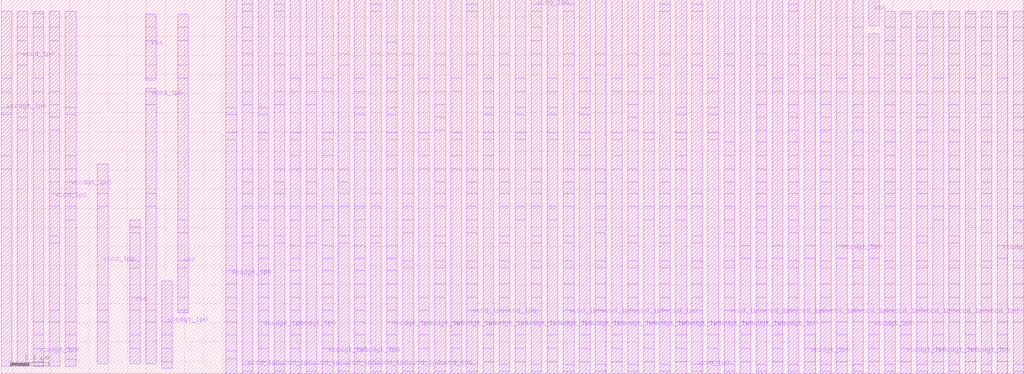
<source format=lef>
### Tool : gds2def
### Version 14.1     Linux64
### Vendor : Apache Design, Inc. A Subsidiary of ANSYS, Inc. 
### Date : Jun 19 2014 02:20:56 

VERSION 5.5 ;
NAMESCASESENSITIVE ON ;
DIVIDERCHAR "/" ;
BUSBITCHARS "[]" ;
MACRO c73p4hdxrom_iopwrcell
 CLASS CORE ;
 ORIGIN -0.224 -0.042 ;
 SIZE 2.912 BY 1.197 ;
 PIN vccd_1p0
  DIRECTION INOUT ;
  USE POWER ;
  PORT
   LAYER m1 ;
   RECT 2.912 0.042 2.968 1.236 ;
  END
  PORT
   LAYER m1 ;
   RECT 2.744 0.042 2.8 1.236 ;
  END
  PORT
   LAYER m1 ;
   RECT 2.408 0.042 2.464 1.236 ;
  END
  PORT
   LAYER m1 ;
   RECT 2.576 0.042 2.632 1.236 ;
  END
  PORT
   LAYER m1 ;
   RECT 2.24 0.042 2.296 1.236 ;
  END
  PORT
   LAYER m1 ;
   RECT 2.072 0.042 2.128 1.236 ;
  END
  PORT
   LAYER m1 ;
   RECT 1.736 0.042 1.792 1.236 ;
  END
  PORT
   LAYER m1 ;
   RECT 1.904 0.042 1.96 1.236 ;
  END
  PORT
   LAYER m1 ;
   RECT 3.08 0.042 3.136 1.236 ;
  END
  PORT
   LAYER m1 ;
   RECT 1.4 0.042 1.456 1.236 ;
  END
  PORT
   LAYER m1 ;
   RECT 0.98 0.21 1.036 1.223 ;
  END
  PORT
   LAYER m1 ;
   RECT 0.812 0.209 0.868 1.222 ;
  END
  PORT
   LAYER m1 ;
   RECT 0.224 0.042 0.28 1.236 ;
  END
  PORT
   LAYER m1 ;
   RECT 1.568 0.042 1.624 1.236 ;
  END
 END vccd_1p0
 PIN vccdgt_1p0
  DIRECTION INOUT ;
  USE POWER ;
  PORT
   LAYER m1 ;
   RECT 2.996 0.042 3.052 1.236 ;
  END
  PORT
   LAYER m1 ;
   RECT 2.66 0.042 2.716 1.236 ;
  END
  PORT
   LAYER m1 ;
   RECT 1.652 0.9 1.708 1.236 ;
  END
  PORT
   LAYER m1 ;
   RECT 1.988 0.042 2.044 1.236 ;
  END
  PORT
   LAYER m1 ;
   RECT 2.324 0.042 2.38 1.236 ;
  END
  PORT
   LAYER m1 ;
   RECT 1.652 0.042 1.708 0.858 ;
  END
  PORT
   LAYER m1 ;
   RECT 1.316 0.042 1.372 1.236 ;
  END
  PORT
   LAYER m1 ;
   RECT 1.484 0.042 1.54 1.236 ;
  END
  PORT
   LAYER m1 ;
   RECT 1.064 0.042 1.12 1.236 ;
  END
  PORT
   LAYER m1 ;
   RECT 0.728 0.042 0.784 1.236 ;
  END
 END vccdgt_1p0
 PIN vss
  DIRECTION INOUT ;
  USE GROUND ;
  PORT
   LAYER m1 ;
   RECT 1.148 0.474 1.204 1.16 ;
  END
  PORT
   LAYER m1 ;
   RECT 0.392 0.609 0.448 0.912 ;
  END
 END vss
 PIN pwren_in
  DIRECTION INPUT ;
  USE SIGNAL ;
 END pwren_in
END c73p4hdxrom_iopwrcell

MACRO c73p4hdxrom_x4pwrcell
 CLASS CORE ;
 ORIGIN -0.001 -1.097 ;
 SIZE 0.728 BY 0.898 ;
 PIN vccd_1p0
  DIRECTION INOUT ;
  USE POWER ;
  PORT
   LAYER m1 ;
   RECT 0.673 1.582 0.729 1.65 ;
   LAYER m1 ;
   RECT 0.673 1.097 0.729 1.582 ;
   LAYER m1 ;
   RECT 0.673 1.582 0.729 1.767 ;
   LAYER m1 ;
   RECT 0.673 1.65 0.729 1.767 ;
   LAYER m1 ;
   RECT 0.673 1.097 0.729 1.582 ;
  END
  PORT
   LAYER m1 ;
   RECT 0.169 1.778 0.225 1.848 ;
   LAYER m1 ;
   RECT 0.169 1.133 0.225 1.872 ;
   LAYER m1 ;
   RECT 0.169 1.31 0.225 1.378 ;
   LAYER m1 ;
   RECT 0.169 1.133 0.225 1.872 ;
   LAYER m1 ;
   RECT 0.169 1.442 0.225 1.512 ;
   LAYER m1 ;
   RECT 0.169 1.65 0.225 1.71 ;
  END
  PORT
   LAYER m1 ;
   RECT 0.001 1.442 0.057 1.512 ;
   LAYER m1 ;
   RECT 0.001 1.133 0.057 1.767 ;
   LAYER m1 ;
   RECT 0.001 1.582 0.057 1.65 ;
   LAYER m1 ;
   RECT 0.001 1.133 0.057 1.767 ;
  END
  PORT
   LAYER m1 ;
   RECT 0.337 1.31 0.393 1.378 ;
   LAYER m1 ;
   RECT 0.337 1.133 0.393 1.872 ;
   LAYER m1 ;
   RECT 0.337 1.582 0.393 1.65 ;
   LAYER m1 ;
   RECT 0.337 1.133 0.393 1.872 ;
   LAYER m1 ;
   RECT 0.337 1.442 0.393 1.512 ;
   LAYER m1 ;
   RECT 0.337 1.778 0.393 1.848 ;
  END
 END vccd_1p0
 PIN vccdgt_1p0
  DIRECTION INOUT ;
  USE POWER ;
  PORT
   LAYER m1 ;
   RECT 0.589 1.71 0.645 1.778 ;
   LAYER m1 ;
   RECT 0.589 1.133 0.645 1.995 ;
   LAYER m1 ;
   RECT 0.589 1.848 0.645 1.918 ;
   LAYER m1 ;
   RECT 0.589 1.106 0.645 1.995 ;
   LAYER m1 ;
   RECT 0.589 1.392 0.645 1.428 ;
   LAYER m1 ;
   RECT 0.589 1.512 0.645 1.582 ;
   LAYER m1 ;
   RECT 0.589 1.106 0.645 1.176 ;
  END
  PORT
   LAYER m1 ;
   RECT 0.421 1.71 0.477 1.778 ;
   LAYER m1 ;
   RECT 0.421 1.133 0.477 1.995 ;
   LAYER m1 ;
   RECT 0.421 1.392 0.477 1.428 ;
   LAYER m1 ;
   RECT 0.421 1.133 0.477 1.995 ;
   LAYER m1 ;
   RECT 0.421 1.512 0.477 1.582 ;
   LAYER m1 ;
   RECT 0.421 1.26 0.477 1.296 ;
  END
  PORT
   LAYER m1 ;
   RECT 0.253 1.848 0.309 1.918 ;
   LAYER m1 ;
   RECT 0.253 1.133 0.309 1.995 ;
   LAYER m1 ;
   RECT 0.253 1.106 0.309 1.176 ;
   LAYER m1 ;
   RECT 0.253 1.106 0.309 1.995 ;
  END
  PORT
   LAYER m1 ;
   RECT 0.085 1.71 0.141 1.778 ;
   LAYER m1 ;
   RECT 0.085 1.133 0.141 1.995 ;
   LAYER m1 ;
   RECT 0.085 1.26 0.141 1.296 ;
   LAYER m1 ;
   RECT 0.085 1.133 0.141 1.995 ;
  END
 END vccdgt_1p0
 PIN pwren_in
  DIRECTION INPUT ;
  USE SIGNAL ;
 END pwren_in
END c73p4hdxrom_x4pwrcell

MACRO c73p4hdxrom_wldrvgappwrcell
 CLASS CORE ;
 ORIGIN -0.14 -0.034 ;
 SIZE 5.348 BY 1.958 ;
 PIN vccd_1p0
  DIRECTION INOUT ;
  USE POWER ;
  PORT
   LAYER m1 ;
   RECT 5.432 1.778 5.488 1.848 ;
   LAYER m1 ;
   RECT 5.432 0.034 5.488 1.932 ;
   LAYER m1 ;
   RECT 5.432 1.442 5.488 1.512 ;
   LAYER m1 ;
   RECT 5.432 0.034 5.488 1.932 ;
   LAYER m1 ;
   RECT 5.432 1.31 5.488 1.378 ;
   LAYER m1 ;
   RECT 5.432 1.038 5.488 1.106 ;
   LAYER m1 ;
   RECT 5.432 1.176 5.488 1.246 ;
   LAYER m1 ;
   RECT 5.432 0.048 5.488 0.084 ;
   LAYER m1 ;
   RECT 5.432 0.91 5.488 0.978 ;
   LAYER m1 ;
   RECT 5.432 0.306 5.488 0.366 ;
   LAYER m1 ;
   RECT 5.432 0.588 5.488 0.624 ;
   LAYER m1 ;
   RECT 5.432 0.434 5.488 0.504 ;
   LAYER m1 ;
   RECT 5.432 0.77 5.488 0.84 ;
  END
  PORT
   LAYER m1 ;
   RECT 4.592 1.848 4.648 1.991 ;
   LAYER m1 ;
   RECT 4.592 0.034 4.648 1.848 ;
   LAYER m1 ;
   RECT 4.592 1.442 4.648 1.512 ;
   LAYER m1 ;
   RECT 4.592 0.034 4.648 1.848 ;
   LAYER m1 ;
   RECT 4.592 1.038 4.648 1.106 ;
   LAYER m1 ;
   RECT 4.592 1.176 4.648 1.246 ;
   LAYER m1 ;
   RECT 4.592 1.31 4.648 1.378 ;
   LAYER m1 ;
   RECT 4.592 1.65 4.648 1.71 ;
   LAYER m1 ;
   RECT 4.592 0.91 4.648 0.978 ;
   LAYER m1 ;
   RECT 4.592 0.588 4.648 0.624 ;
   LAYER m1 ;
   RECT 4.592 0.434 4.648 0.504 ;
   LAYER m1 ;
   RECT 4.592 0.77 4.648 0.84 ;
   LAYER m1 ;
   RECT 4.592 0.048 4.648 0.084 ;
   LAYER m1 ;
   RECT 4.592 0.306 4.648 0.366 ;
  END
  PORT
   LAYER m1 ;
   RECT 4.76 1.778 4.816 1.848 ;
   LAYER m1 ;
   RECT 4.76 0.034 4.816 1.932 ;
   LAYER m1 ;
   RECT 4.76 1.442 4.816 1.512 ;
   LAYER m1 ;
   RECT 4.76 0.034 4.816 1.932 ;
   LAYER m1 ;
   RECT 4.76 1.038 4.816 1.106 ;
   LAYER m1 ;
   RECT 4.76 1.176 4.816 1.246 ;
   LAYER m1 ;
   RECT 4.76 1.31 4.816 1.378 ;
   LAYER m1 ;
   RECT 4.76 1.65 4.816 1.71 ;
   LAYER m1 ;
   RECT 4.76 0.91 4.816 0.978 ;
   LAYER m1 ;
   RECT 4.76 0.588 4.816 0.624 ;
   LAYER m1 ;
   RECT 4.76 0.434 4.816 0.504 ;
   LAYER m1 ;
   RECT 4.76 0.77 4.816 0.84 ;
   LAYER m1 ;
   RECT 4.76 0.048 4.816 0.084 ;
   LAYER m1 ;
   RECT 4.76 0.306 4.816 0.366 ;
  END
  PORT
   LAYER m1 ;
   RECT 4.928 1.778 4.984 1.848 ;
   LAYER m1 ;
   RECT 4.928 0.034 4.984 1.932 ;
   LAYER m1 ;
   RECT 4.928 1.038 4.984 1.106 ;
   LAYER m1 ;
   RECT 4.928 0.034 4.984 1.932 ;
   LAYER m1 ;
   RECT 4.928 1.176 4.984 1.246 ;
   LAYER m1 ;
   RECT 4.928 1.31 4.984 1.378 ;
   LAYER m1 ;
   RECT 4.928 1.442 4.984 1.512 ;
   LAYER m1 ;
   RECT 4.928 1.65 4.984 1.71 ;
   LAYER m1 ;
   RECT 4.928 0.91 4.984 0.978 ;
   LAYER m1 ;
   RECT 4.928 0.72 4.984 0.756 ;
   LAYER m1 ;
   RECT 4.928 0.434 4.984 0.504 ;
   LAYER m1 ;
   RECT 4.928 0.588 4.984 0.624 ;
   LAYER m1 ;
   RECT 4.928 0.048 4.984 0.084 ;
   LAYER m1 ;
   RECT 4.928 0.306 4.984 0.366 ;
  END
  PORT
   LAYER m1 ;
   RECT 5.096 1.778 5.152 1.848 ;
   LAYER m1 ;
   RECT 5.096 0.034 5.152 1.932 ;
   LAYER m1 ;
   RECT 5.096 1.038 5.152 1.106 ;
   LAYER m1 ;
   RECT 5.096 0.034 5.152 1.932 ;
   LAYER m1 ;
   RECT 5.096 1.176 5.152 1.246 ;
   LAYER m1 ;
   RECT 5.096 1.31 5.152 1.378 ;
   LAYER m1 ;
   RECT 5.096 1.442 5.152 1.512 ;
   LAYER m1 ;
   RECT 5.096 1.65 5.152 1.71 ;
   LAYER m1 ;
   RECT 5.096 0.91 5.152 0.978 ;
   LAYER m1 ;
   RECT 5.096 0.72 5.152 0.756 ;
   LAYER m1 ;
   RECT 5.096 0.588 5.152 0.624 ;
   LAYER m1 ;
   RECT 5.096 0.434 5.152 0.504 ;
   LAYER m1 ;
   RECT 5.096 0.048 5.152 0.084 ;
   LAYER m1 ;
   RECT 5.096 0.306 5.152 0.366 ;
  END
  PORT
   LAYER m1 ;
   RECT 5.264 1.778 5.32 1.848 ;
   LAYER m1 ;
   RECT 5.264 0.034 5.32 1.932 ;
   LAYER m1 ;
   RECT 5.264 1.038 5.32 1.106 ;
   LAYER m1 ;
   RECT 5.264 0.034 5.32 1.932 ;
   LAYER m1 ;
   RECT 5.264 1.176 5.32 1.246 ;
   LAYER m1 ;
   RECT 5.264 1.31 5.32 1.378 ;
   LAYER m1 ;
   RECT 5.264 1.442 5.32 1.512 ;
   LAYER m1 ;
   RECT 5.264 1.65 5.32 1.71 ;
   LAYER m1 ;
   RECT 5.264 0.91 5.32 0.978 ;
   LAYER m1 ;
   RECT 5.264 0.434 5.32 0.504 ;
   LAYER m1 ;
   RECT 5.264 0.77 5.32 0.84 ;
   LAYER m1 ;
   RECT 5.264 0.588 5.32 0.624 ;
   LAYER m1 ;
   RECT 5.264 0.048 5.32 0.084 ;
   LAYER m1 ;
   RECT 5.264 0.306 5.32 0.366 ;
  END
  PORT
   LAYER m1 ;
   RECT 4.256 1.932 4.312 1.968 ;
   LAYER m1 ;
   RECT 4.256 0.034 4.312 1.991 ;
   LAYER m1 ;
   RECT 4.256 1.442 4.312 1.512 ;
   LAYER m1 ;
   RECT 4.256 0.034 4.312 1.991 ;
   LAYER m1 ;
   RECT 4.256 1.038 4.312 1.106 ;
   LAYER m1 ;
   RECT 4.256 1.176 4.312 1.246 ;
   LAYER m1 ;
   RECT 4.256 1.31 4.312 1.378 ;
   LAYER m1 ;
   RECT 4.256 1.65 4.312 1.71 ;
   LAYER m1 ;
   RECT 4.256 0.77 4.312 0.84 ;
   LAYER m1 ;
   RECT 4.256 0.91 4.312 0.978 ;
   LAYER m1 ;
   RECT 4.256 0.588 4.312 0.624 ;
   LAYER m1 ;
   RECT 4.256 0.434 4.312 0.504 ;
   LAYER m1 ;
   RECT 4.256 0.048 4.312 0.084 ;
   LAYER m1 ;
   RECT 4.256 0.306 4.312 0.366 ;
  END
  PORT
   LAYER m1 ;
   RECT 3.92 0.034 3.976 1.991 ;
   LAYER m1 ;
   RECT 3.92 1.038 3.976 1.106 ;
   LAYER m1 ;
   RECT 3.92 0.034 3.976 1.991 ;
   LAYER m1 ;
   RECT 3.92 1.176 3.976 1.246 ;
   LAYER m1 ;
   RECT 3.92 1.65 3.976 1.71 ;
   LAYER m1 ;
   RECT 3.92 0.91 3.976 0.978 ;
   LAYER m1 ;
   RECT 3.92 0.588 3.976 0.624 ;
   LAYER m1 ;
   RECT 3.92 0.434 3.976 0.504 ;
   LAYER m1 ;
   RECT 3.92 0.77 3.976 0.84 ;
   LAYER m1 ;
   RECT 3.92 0.048 3.976 0.084 ;
   LAYER m1 ;
   RECT 3.92 0.306 3.976 0.366 ;
  END
  PORT
   LAYER m1 ;
   RECT 4.088 0.034 4.144 1.991 ;
   LAYER m1 ;
   RECT 4.088 1.31 4.144 1.378 ;
   LAYER m1 ;
   RECT 4.088 0.034 4.144 1.991 ;
   LAYER m1 ;
   RECT 4.088 1.038 4.144 1.106 ;
   LAYER m1 ;
   RECT 4.088 1.176 4.144 1.246 ;
   LAYER m1 ;
   RECT 4.088 1.442 4.144 1.512 ;
   LAYER m1 ;
   RECT 4.088 1.65 4.144 1.71 ;
   LAYER m1 ;
   RECT 4.088 0.91 4.144 0.978 ;
   LAYER m1 ;
   RECT 4.088 0.434 4.144 0.504 ;
   LAYER m1 ;
   RECT 4.088 0.77 4.144 0.84 ;
   LAYER m1 ;
   RECT 4.088 0.588 4.144 0.624 ;
   LAYER m1 ;
   RECT 4.088 0.048 4.144 0.084 ;
   LAYER m1 ;
   RECT 4.088 0.306 4.144 0.366 ;
  END
  PORT
   LAYER m1 ;
   RECT 4.424 0.034 4.48 1.991 ;
   LAYER m1 ;
   RECT 4.424 1.442 4.48 1.512 ;
   LAYER m1 ;
   RECT 4.424 0.034 4.48 1.991 ;
   LAYER m1 ;
   RECT 4.424 1.038 4.48 1.106 ;
   LAYER m1 ;
   RECT 4.424 1.176 4.48 1.246 ;
   LAYER m1 ;
   RECT 4.424 1.31 4.48 1.378 ;
   LAYER m1 ;
   RECT 4.424 1.65 4.48 1.71 ;
   LAYER m1 ;
   RECT 4.424 0.77 4.48 0.84 ;
   LAYER m1 ;
   RECT 4.424 0.91 4.48 0.978 ;
   LAYER m1 ;
   RECT 4.424 0.588 4.48 0.624 ;
   LAYER m1 ;
   RECT 4.424 0.434 4.48 0.504 ;
   LAYER m1 ;
   RECT 4.424 0.048 4.48 0.084 ;
   LAYER m1 ;
   RECT 4.424 0.306 4.48 0.366 ;
  END
  PORT
   LAYER m1 ;
   RECT 3.416 0.034 3.472 1.991 ;
   LAYER m1 ;
   RECT 3.416 1.038 3.472 1.106 ;
   LAYER m1 ;
   RECT 3.416 0.034 3.472 1.991 ;
   LAYER m1 ;
   RECT 3.416 1.442 3.472 1.512 ;
   LAYER m1 ;
   RECT 3.416 1.31 3.472 1.378 ;
   LAYER m1 ;
   RECT 3.416 1.65 3.472 1.71 ;
   LAYER m1 ;
   RECT 3.416 0.91 3.472 0.978 ;
   LAYER m1 ;
   RECT 3.416 0.72 3.472 0.756 ;
   LAYER m1 ;
   RECT 3.416 0.588 3.472 0.624 ;
   LAYER m1 ;
   RECT 3.416 0.434 3.472 0.504 ;
   LAYER m1 ;
   RECT 3.416 0.048 3.472 0.084 ;
   LAYER m1 ;
   RECT 3.416 0.306 3.472 0.366 ;
  END
  PORT
   LAYER m1 ;
   RECT 3.584 0.034 3.64 1.991 ;
   LAYER m1 ;
   RECT 3.584 1.932 3.64 1.968 ;
   LAYER m1 ;
   RECT 3.584 0.034 3.64 1.991 ;
   LAYER m1 ;
   RECT 3.584 1.038 3.64 1.106 ;
   LAYER m1 ;
   RECT 3.584 1.65 3.64 1.71 ;
   LAYER m1 ;
   RECT 3.584 0.91 3.64 0.978 ;
   LAYER m1 ;
   RECT 3.584 0.72 3.64 0.756 ;
   LAYER m1 ;
   RECT 3.584 0.588 3.64 0.624 ;
   LAYER m1 ;
   RECT 3.584 0.434 3.64 0.504 ;
   LAYER m1 ;
   RECT 3.584 0.048 3.64 0.084 ;
   LAYER m1 ;
   RECT 3.584 0.306 3.64 0.366 ;
  END
  PORT
   LAYER m1 ;
   RECT 3.248 0.034 3.304 1.991 ;
   LAYER m1 ;
   RECT 3.248 1.038 3.304 1.106 ;
   LAYER m1 ;
   RECT 3.248 0.034 3.304 1.991 ;
   LAYER m1 ;
   RECT 3.248 1.65 3.304 1.71 ;
   LAYER m1 ;
   RECT 3.248 0.91 3.304 0.978 ;
   LAYER m1 ;
   RECT 3.248 0.434 3.304 0.504 ;
   LAYER m1 ;
   RECT 3.248 0.77 3.304 0.84 ;
   LAYER m1 ;
   RECT 3.248 0.588 3.304 0.624 ;
   LAYER m1 ;
   RECT 3.248 0.048 3.304 0.084 ;
   LAYER m1 ;
   RECT 3.248 0.306 3.304 0.366 ;
  END
  PORT
   LAYER m1 ;
   RECT 3.08 1.932 3.136 1.968 ;
   LAYER m1 ;
   RECT 3.08 0.034 3.136 1.991 ;
   LAYER m1 ;
   RECT 3.08 1.038 3.136 1.106 ;
   LAYER m1 ;
   RECT 3.08 0.034 3.136 1.991 ;
   LAYER m1 ;
   RECT 3.08 1.65 3.136 1.71 ;
   LAYER m1 ;
   RECT 3.08 0.91 3.136 0.978 ;
   LAYER m1 ;
   RECT 3.08 0.72 3.136 0.756 ;
   LAYER m1 ;
   RECT 3.08 0.434 3.136 0.504 ;
   LAYER m1 ;
   RECT 3.08 0.588 3.136 0.624 ;
   LAYER m1 ;
   RECT 3.08 0.048 3.136 0.084 ;
   LAYER m1 ;
   RECT 3.08 0.306 3.136 0.366 ;
  END
  PORT
   LAYER m1 ;
   RECT 3.752 0.034 3.808 1.991 ;
   LAYER m1 ;
   RECT 3.752 1.65 3.808 1.71 ;
   LAYER m1 ;
   RECT 3.752 0.034 3.808 1.991 ;
   LAYER m1 ;
   RECT 3.752 1.932 3.808 1.968 ;
   LAYER m1 ;
   RECT 3.752 0.91 3.808 0.978 ;
   LAYER m1 ;
   RECT 3.752 0.72 3.808 0.756 ;
   LAYER m1 ;
   RECT 3.752 0.306 3.808 0.366 ;
   LAYER m1 ;
   RECT 3.752 0.588 3.808 0.624 ;
   LAYER m1 ;
   RECT 3.752 0.434 3.808 0.504 ;
   LAYER m1 ;
   RECT 3.752 0.048 3.808 0.084 ;
  END
  PORT
   LAYER m1 ;
   RECT 2.744 0.034 2.8 1.991 ;
   LAYER m1 ;
   RECT 2.744 1.038 2.8 1.106 ;
   LAYER m1 ;
   RECT 2.744 0.034 2.8 1.991 ;
   LAYER m1 ;
   RECT 2.744 1.65 2.8 1.71 ;
   LAYER m1 ;
   RECT 2.744 0.72 2.8 0.756 ;
   LAYER m1 ;
   RECT 2.744 0.91 2.8 0.978 ;
   LAYER m1 ;
   RECT 2.744 0.434 2.8 0.504 ;
   LAYER m1 ;
   RECT 2.744 0.588 2.8 0.624 ;
   LAYER m1 ;
   RECT 2.744 0.048 2.8 0.084 ;
   LAYER m1 ;
   RECT 2.744 0.306 2.8 0.366 ;
  END
  PORT
   LAYER m1 ;
   RECT 2.576 1.932 2.632 1.968 ;
   LAYER m1 ;
   RECT 2.576 0.034 2.632 1.991 ;
   LAYER m1 ;
   RECT 2.576 1.038 2.632 1.106 ;
   LAYER m1 ;
   RECT 2.576 0.034 2.632 1.991 ;
   LAYER m1 ;
   RECT 2.576 1.65 2.632 1.71 ;
   LAYER m1 ;
   RECT 2.576 0.91 2.632 0.978 ;
   LAYER m1 ;
   RECT 2.576 0.434 2.632 0.504 ;
   LAYER m1 ;
   RECT 2.576 0.77 2.632 0.84 ;
   LAYER m1 ;
   RECT 2.576 0.588 2.632 0.624 ;
   LAYER m1 ;
   RECT 2.576 0.048 2.632 0.084 ;
   LAYER m1 ;
   RECT 2.576 0.306 2.632 0.366 ;
  END
  PORT
   LAYER m1 ;
   RECT 2.408 0.034 2.464 1.991 ;
   LAYER m1 ;
   RECT 2.408 1.31 2.464 1.378 ;
   LAYER m1 ;
   RECT 2.408 0.034 2.464 1.991 ;
   LAYER m1 ;
   RECT 2.408 1.038 2.464 1.106 ;
   LAYER m1 ;
   RECT 2.408 1.442 2.464 1.512 ;
   LAYER m1 ;
   RECT 2.408 1.65 2.464 1.71 ;
   LAYER m1 ;
   RECT 2.408 0.91 2.464 0.978 ;
   LAYER m1 ;
   RECT 2.408 0.72 2.464 0.756 ;
   LAYER m1 ;
   RECT 2.408 0.588 2.464 0.624 ;
   LAYER m1 ;
   RECT 2.408 0.434 2.464 0.504 ;
   LAYER m1 ;
   RECT 2.408 0.048 2.464 0.084 ;
  END
  PORT
   LAYER m1 ;
   RECT 2.24 0.034 2.296 1.991 ;
   LAYER m1 ;
   RECT 2.24 1.65 2.296 1.71 ;
   LAYER m1 ;
   RECT 2.24 0.034 2.296 1.991 ;
   LAYER m1 ;
   RECT 2.24 0.91 2.296 0.978 ;
   LAYER m1 ;
   RECT 2.24 0.77 2.296 0.84 ;
   LAYER m1 ;
   RECT 2.24 0.588 2.296 0.624 ;
   LAYER m1 ;
   RECT 2.24 0.048 2.296 0.084 ;
  END
  PORT
   LAYER m1 ;
   RECT 1.568 1.932 1.624 1.968 ;
   LAYER m1 ;
   RECT 1.568 0.034 1.624 1.991 ;
   LAYER m1 ;
   RECT 1.568 1.038 1.624 1.106 ;
   LAYER m1 ;
   RECT 1.568 0.034 1.624 1.991 ;
   LAYER m1 ;
   RECT 1.568 1.442 1.624 1.512 ;
   LAYER m1 ;
   RECT 1.568 1.65 1.624 1.71 ;
   LAYER m1 ;
   RECT 1.568 0.91 1.624 0.978 ;
   LAYER m1 ;
   RECT 1.568 0.72 1.624 0.756 ;
   LAYER m1 ;
   RECT 1.568 0.048 1.624 0.084 ;
  END
  PORT
   LAYER m1 ;
   RECT 1.4 1.932 1.456 1.968 ;
   LAYER m1 ;
   RECT 1.4 0.034 1.456 1.991 ;
   LAYER m1 ;
   RECT 1.4 1.778 1.456 1.848 ;
   LAYER m1 ;
   RECT 1.4 0.034 1.456 1.991 ;
   LAYER m1 ;
   RECT 1.4 1.038 1.456 1.106 ;
   LAYER m1 ;
   RECT 1.4 1.442 1.456 1.512 ;
   LAYER m1 ;
   RECT 1.4 1.65 1.456 1.71 ;
   LAYER m1 ;
   RECT 1.4 0.91 1.456 0.978 ;
   LAYER m1 ;
   RECT 1.4 0.72 1.456 0.756 ;
   LAYER m1 ;
   RECT 1.4 0.048 1.456 0.084 ;
  END
  PORT
   LAYER m1 ;
   RECT 1.736 0.034 1.792 1.991 ;
   LAYER m1 ;
   RECT 1.736 1.038 1.792 1.106 ;
   LAYER m1 ;
   RECT 1.736 0.034 1.792 1.991 ;
   LAYER m1 ;
   RECT 1.736 1.442 1.792 1.512 ;
   LAYER m1 ;
   RECT 1.736 1.65 1.792 1.71 ;
   LAYER m1 ;
   RECT 1.736 0.91 1.792 0.978 ;
   LAYER m1 ;
   RECT 1.736 0.72 1.792 0.756 ;
   LAYER m1 ;
   RECT 1.736 0.048 1.792 0.084 ;
  END
  PORT
   LAYER m1 ;
   RECT 1.904 0.034 1.96 1.991 ;
   LAYER m1 ;
   RECT 1.904 1.038 1.96 1.106 ;
   LAYER m1 ;
   RECT 1.904 0.034 1.96 1.991 ;
   LAYER m1 ;
   RECT 1.904 1.65 1.96 1.71 ;
   LAYER m1 ;
   RECT 1.904 0.91 1.96 0.978 ;
   LAYER m1 ;
   RECT 1.904 0.72 1.96 0.756 ;
   LAYER m1 ;
   RECT 1.904 0.048 1.96 0.084 ;
  END
  PORT
   LAYER m1 ;
   RECT 2.072 0.034 2.128 1.991 ;
   LAYER m1 ;
   RECT 2.072 1.932 2.128 1.968 ;
   LAYER m1 ;
   RECT 2.072 0.034 2.128 1.991 ;
   LAYER m1 ;
   RECT 2.072 1.65 2.128 1.71 ;
   LAYER m1 ;
   RECT 2.072 0.91 2.128 0.978 ;
   LAYER m1 ;
   RECT 2.072 0.72 2.128 0.756 ;
   LAYER m1 ;
   RECT 2.072 0.048 2.128 0.084 ;
  END
  PORT
   LAYER m1 ;
   RECT 0.896 1.442 0.952 1.512 ;
   LAYER m1 ;
   RECT 0.896 0.085 0.952 1.528 ;
   LAYER m1 ;
   RECT 0.896 0.91 0.952 0.978 ;
   LAYER m1 ;
   RECT 0.896 0.91 0.952 0.978 ;
   LAYER m1 ;
   RECT 0.896 0.085 0.952 1.528 ;
   LAYER m1 ;
   RECT 0.896 0.306 0.952 0.366 ;
   LAYER m1 ;
   RECT 0.896 0.306 0.952 0.366 ;
   LAYER m1 ;
   RECT 0.896 1.442 0.952 1.512 ;
  END
  PORT
   LAYER m1 ;
   RECT 0.392 1.778 0.448 1.848 ;
   LAYER m1 ;
   RECT 0.392 0.074 0.448 1.932 ;
   LAYER m1 ;
   RECT 0.392 1.442 0.448 1.512 ;
   LAYER m1 ;
   RECT 0.392 0.074 0.448 1.932 ;
   LAYER m1 ;
   RECT 0.392 1.31 0.448 1.378 ;
   LAYER m1 ;
   RECT 0.392 1.038 0.448 1.106 ;
   LAYER m1 ;
   RECT 0.392 0.72 0.448 0.756 ;
   LAYER m1 ;
   RECT 0.392 0.306 0.448 0.366 ;
   LAYER m1 ;
   RECT 0.392 0.91 0.448 0.978 ;
  END
  PORT
   LAYER m1 ;
   RECT 0.224 1.778 0.28 1.848 ;
   LAYER m1 ;
   RECT 0.224 0.074 0.28 1.932 ;
   LAYER m1 ;
   RECT 0.224 1.31 0.28 1.378 ;
   LAYER m1 ;
   RECT 0.224 0.074 0.28 1.932 ;
   LAYER m1 ;
   RECT 0.224 1.65 0.28 1.71 ;
  END
  PORT
   LAYER m1 ;
   RECT 0.644 0.91 0.7 0.978 ;
   LAYER m1 ;
   RECT 0.644 0.085 0.7 1.133 ;
   LAYER m1 ;
   RECT 0.644 0.306 0.7 0.366 ;
   LAYER m1 ;
   RECT 0.644 0.085 0.7 1.133 ;
  END
  PORT
   LAYER m1 ;
   RECT 2.912 0.034 2.968 1.991 ;
   LAYER m1 ;
   RECT 2.912 0.91 2.968 0.978 ;
   LAYER m1 ;
   RECT 2.912 0.034 2.968 1.991 ;
   LAYER m1 ;
   RECT 2.912 0.048 2.968 0.084 ;
   LAYER m1 ;
   RECT 2.912 0.306 2.968 0.366 ;
   LAYER m1 ;
   RECT 2.912 0.588 2.968 0.624 ;
   LAYER m1 ;
   RECT 2.912 0.72 2.968 0.756 ;
   LAYER m1 ;
   RECT 2.912 0.434 2.968 0.504 ;
   LAYER m1 ;
   RECT 2.912 1.038 2.968 1.106 ;
   LAYER m1 ;
   RECT 2.912 1.65 2.968 1.71 ;
   LAYER m1 ;
   RECT 2.912 1.778 2.968 1.848 ;
   LAYER m1 ;
   RECT 2.912 1.932 2.968 1.968 ;
  END
 END vccd_1p0
 PIN vccdgt_1p0
  DIRECTION INOUT ;
  USE POWER ;
  PORT
   LAYER m1 ;
   RECT 4.844 1.848 4.9 1.918 ;
   LAYER m1 ;
   RECT 4.844 0.034 4.9 1.932 ;
   LAYER m1 ;
   RECT 4.844 1.512 4.9 1.582 ;
   LAYER m1 ;
   RECT 4.844 0.034 4.9 1.932 ;
   LAYER m1 ;
   RECT 4.844 0.238 4.9 0.306 ;
   LAYER m1 ;
   RECT 4.844 0.098 4.9 0.168 ;
  END
  PORT
   LAYER m1 ;
   RECT 5.012 1.848 5.068 1.918 ;
   LAYER m1 ;
   RECT 5.012 0.034 5.068 1.932 ;
   LAYER m1 ;
   RECT 5.012 1.512 5.068 1.582 ;
   LAYER m1 ;
   RECT 5.012 0.034 5.068 1.932 ;
   LAYER m1 ;
   RECT 5.012 0.84 5.068 0.91 ;
   LAYER m1 ;
   RECT 5.012 0.238 5.068 0.306 ;
   LAYER m1 ;
   RECT 5.012 0.098 5.068 0.168 ;
  END
  PORT
   LAYER m1 ;
   RECT 5.18 1.848 5.236 1.918 ;
   LAYER m1 ;
   RECT 5.18 0.034 5.236 1.932 ;
   LAYER m1 ;
   RECT 5.18 1.512 5.236 1.582 ;
   LAYER m1 ;
   RECT 5.18 0.034 5.236 1.932 ;
   LAYER m1 ;
   RECT 5.18 0.238 5.236 0.306 ;
   LAYER m1 ;
   RECT 5.18 0.098 5.236 0.168 ;
  END
  PORT
   LAYER m1 ;
   RECT 4.676 1.512 4.732 1.582 ;
   LAYER m1 ;
   RECT 4.676 0.034 4.732 1.813 ;
   LAYER m1 ;
   RECT 4.676 0.638 4.732 0.706 ;
   LAYER m1 ;
   RECT 4.676 0.034 4.732 1.813 ;
   LAYER m1 ;
   RECT 4.676 0.098 4.732 0.168 ;
   LAYER m1 ;
   RECT 4.676 0.238 4.732 0.306 ;
  END
  PORT
   LAYER m1 ;
   RECT 5.348 1.512 5.404 1.582 ;
   LAYER m1 ;
   RECT 5.348 0.034 5.404 1.932 ;
   LAYER m1 ;
   RECT 5.348 1.848 5.404 1.918 ;
   LAYER m1 ;
   RECT 5.348 0.034 5.404 1.932 ;
   LAYER m1 ;
   RECT 5.348 0.238 5.404 0.306 ;
   LAYER m1 ;
   RECT 5.348 0.098 5.404 0.168 ;
   LAYER m1 ;
   RECT 5.348 0.638 5.404 0.706 ;
  END
  PORT
   LAYER m1 ;
   RECT 3.836 0.034 3.892 1.991 ;
   LAYER m1 ;
   RECT 3.836 1.512 3.892 1.582 ;
   LAYER m1 ;
   RECT 3.836 0.034 3.892 1.991 ;
   LAYER m1 ;
   RECT 3.836 1.392 3.892 1.428 ;
   LAYER m1 ;
   RECT 3.836 1.26 3.892 1.296 ;
   LAYER m1 ;
   RECT 3.836 0.098 3.892 0.168 ;
   LAYER m1 ;
   RECT 3.836 0.238 3.892 0.306 ;
  END
  PORT
   LAYER m1 ;
   RECT 4.172 0.034 4.228 1.991 ;
   LAYER m1 ;
   RECT 4.172 1.512 4.228 1.582 ;
   LAYER m1 ;
   RECT 4.172 0.034 4.228 1.991 ;
   LAYER m1 ;
   RECT 4.172 0.638 4.228 0.706 ;
   LAYER m1 ;
   RECT 4.172 0.098 4.228 0.168 ;
   LAYER m1 ;
   RECT 4.172 0.238 4.228 0.306 ;
  END
  PORT
   LAYER m1 ;
   RECT 4.34 0.034 4.396 1.991 ;
   LAYER m1 ;
   RECT 4.34 1.512 4.396 1.582 ;
   LAYER m1 ;
   RECT 4.34 0.034 4.396 1.991 ;
   LAYER m1 ;
   RECT 4.34 0.638 4.396 0.706 ;
   LAYER m1 ;
   RECT 4.34 0.238 4.396 0.306 ;
   LAYER m1 ;
   RECT 4.34 0.098 4.396 0.168 ;
  END
  PORT
   LAYER m1 ;
   RECT 4.004 0.034 4.06 1.991 ;
   LAYER m1 ;
   RECT 4.004 0.638 4.06 0.706 ;
   LAYER m1 ;
   RECT 4.004 0.034 4.06 1.991 ;
   LAYER m1 ;
   RECT 4.004 0.098 4.06 0.168 ;
   LAYER m1 ;
   RECT 4.004 0.238 4.06 0.306 ;
  END
  PORT
   LAYER m1 ;
   RECT 3.164 0.034 3.22 1.991 ;
   LAYER m1 ;
   RECT 3.164 1.106 3.22 1.176 ;
   LAYER m1 ;
   RECT 3.164 0.034 3.22 1.991 ;
   LAYER m1 ;
   RECT 3.164 1.26 3.22 1.296 ;
   LAYER m1 ;
   RECT 3.164 1.512 3.22 1.582 ;
   LAYER m1 ;
   RECT 3.164 1.392 3.22 1.428 ;
   LAYER m1 ;
   RECT 3.164 0.098 3.22 0.168 ;
   LAYER m1 ;
   RECT 3.164 0.238 3.22 0.306 ;
  END
  PORT
   LAYER m1 ;
   RECT 3.332 0.034 3.388 1.991 ;
   LAYER m1 ;
   RECT 3.332 1.106 3.388 1.176 ;
   LAYER m1 ;
   RECT 3.332 0.034 3.388 1.991 ;
   LAYER m1 ;
   RECT 3.332 1.26 3.388 1.296 ;
   LAYER m1 ;
   RECT 3.332 1.512 3.388 1.582 ;
   LAYER m1 ;
   RECT 3.332 0.098 3.388 0.168 ;
   LAYER m1 ;
   RECT 3.332 0.238 3.388 0.306 ;
  END
  PORT
   LAYER m1 ;
   RECT 3.668 0.034 3.724 1.991 ;
   LAYER m1 ;
   RECT 3.668 1.106 3.724 1.176 ;
   LAYER m1 ;
   RECT 3.668 0.034 3.724 1.991 ;
   LAYER m1 ;
   RECT 3.668 1.26 3.724 1.296 ;
   LAYER m1 ;
   RECT 3.668 1.392 3.724 1.428 ;
   LAYER m1 ;
   RECT 3.668 0.84 3.724 0.91 ;
   LAYER m1 ;
   RECT 3.668 0.098 3.724 0.168 ;
   LAYER m1 ;
   RECT 3.668 0.238 3.724 0.306 ;
  END
  PORT
   LAYER m1 ;
   RECT 3.5 0.034 3.556 1.991 ;
   LAYER m1 ;
   RECT 3.5 1.26 3.556 1.296 ;
   LAYER m1 ;
   RECT 3.5 0.034 3.556 1.991 ;
   LAYER m1 ;
   RECT 3.5 1.512 3.556 1.582 ;
   LAYER m1 ;
   RECT 3.5 0.84 3.556 0.91 ;
   LAYER m1 ;
   RECT 3.5 0.098 3.556 0.168 ;
   LAYER m1 ;
   RECT 3.5 0.238 3.556 0.306 ;
  END
  PORT
   LAYER m1 ;
   RECT 2.996 0.034 3.052 1.991 ;
   LAYER m1 ;
   RECT 2.996 1.26 3.052 1.296 ;
   LAYER m1 ;
   RECT 2.996 0.034 3.052 1.991 ;
   LAYER m1 ;
   RECT 2.996 1.512 3.052 1.582 ;
   LAYER m1 ;
   RECT 2.996 1.392 3.052 1.428 ;
   LAYER m1 ;
   RECT 2.996 0.84 3.052 0.91 ;
   LAYER m1 ;
   RECT 2.996 0.098 3.052 0.168 ;
   LAYER m1 ;
   RECT 2.996 0.238 3.052 0.306 ;
  END
  PORT
   LAYER m1 ;
   RECT 4.508 0.034 4.564 1.991 ;
   LAYER m1 ;
   RECT 4.508 1.512 4.564 1.582 ;
   LAYER m1 ;
   RECT 4.508 0.034 4.564 1.991 ;
   LAYER m1 ;
   RECT 4.508 0.238 4.564 0.306 ;
   LAYER m1 ;
   RECT 4.508 0.098 4.564 0.168 ;
   LAYER m1 ;
   RECT 4.508 0.638 4.564 0.706 ;
  END
  PORT
   LAYER m1 ;
   RECT 2.66 0.034 2.716 1.991 ;
   LAYER m1 ;
   RECT 2.66 1.106 2.716 1.176 ;
   LAYER m1 ;
   RECT 2.66 0.034 2.716 1.991 ;
   LAYER m1 ;
   RECT 2.66 1.26 2.716 1.296 ;
   LAYER m1 ;
   RECT 2.66 1.392 2.716 1.428 ;
   LAYER m1 ;
   RECT 2.66 1.512 2.716 1.582 ;
   LAYER m1 ;
   RECT 2.66 0.098 2.716 0.168 ;
   LAYER m1 ;
   RECT 2.66 0.238 2.716 0.306 ;
  END
  PORT
   LAYER m1 ;
   RECT 2.156 0.034 2.212 1.991 ;
   LAYER m1 ;
   RECT 2.156 1.71 2.212 1.77 ;
   LAYER m1 ;
   RECT 2.156 0.034 2.212 1.991 ;
   LAYER m1 ;
   RECT 2.156 1.106 2.212 1.176 ;
   LAYER m1 ;
   RECT 2.156 1.26 2.212 1.296 ;
   LAYER m1 ;
   RECT 2.156 1.392 2.212 1.428 ;
   LAYER m1 ;
   RECT 2.156 1.512 2.212 1.582 ;
   LAYER m1 ;
   RECT 2.156 0.366 2.212 0.434 ;
   LAYER m1 ;
   RECT 2.156 0.504 2.212 0.574 ;
   LAYER m1 ;
   RECT 2.156 0.638 2.212 0.706 ;
   LAYER m1 ;
   RECT 2.156 0.098 2.212 0.168 ;
   LAYER m1 ;
   RECT 2.156 0.238 2.212 0.306 ;
  END
  PORT
   LAYER m1 ;
   RECT 2.324 0.034 2.38 1.991 ;
   LAYER m1 ;
   RECT 2.324 1.106 2.38 1.176 ;
   LAYER m1 ;
   RECT 2.324 0.034 2.38 1.991 ;
   LAYER m1 ;
   RECT 2.324 1.26 2.38 1.296 ;
   LAYER m1 ;
   RECT 2.324 1.512 2.38 1.582 ;
   LAYER m1 ;
   RECT 2.324 0.366 2.38 0.434 ;
   LAYER m1 ;
   RECT 2.324 0.098 2.38 0.168 ;
   LAYER m1 ;
   RECT 2.324 0.238 2.38 0.306 ;
  END
  PORT
   LAYER m1 ;
   RECT 2.492 0.034 2.548 1.991 ;
   LAYER m1 ;
   RECT 2.492 1.106 2.548 1.176 ;
   LAYER m1 ;
   RECT 2.492 0.034 2.548 1.991 ;
   LAYER m1 ;
   RECT 2.492 1.26 2.548 1.296 ;
   LAYER m1 ;
   RECT 2.492 1.512 2.548 1.582 ;
   LAYER m1 ;
   RECT 2.492 0.098 2.548 0.168 ;
   LAYER m1 ;
   RECT 2.492 0.238 2.548 0.306 ;
  END
  PORT
   LAYER m1 ;
   RECT 2.828 0.034 2.884 1.991 ;
   LAYER m1 ;
   RECT 2.828 1.26 2.884 1.296 ;
   LAYER m1 ;
   RECT 2.828 0.034 2.884 1.991 ;
   LAYER m1 ;
   RECT 2.828 1.512 2.884 1.582 ;
   LAYER m1 ;
   RECT 2.828 1.392 2.884 1.428 ;
   LAYER m1 ;
   RECT 2.828 0.84 2.884 0.91 ;
   LAYER m1 ;
   RECT 2.828 0.098 2.884 0.168 ;
   LAYER m1 ;
   RECT 2.828 0.238 2.884 0.306 ;
  END
  PORT
   LAYER m1 ;
   RECT 1.652 0.034 1.708 1.991 ;
   LAYER m1 ;
   RECT 1.652 1.106 1.708 1.176 ;
   LAYER m1 ;
   RECT 1.652 0.034 1.708 1.991 ;
   LAYER m1 ;
   RECT 1.652 1.26 1.708 1.296 ;
   LAYER m1 ;
   RECT 1.652 1.512 1.708 1.582 ;
   LAYER m1 ;
   RECT 1.652 0.638 1.708 0.706 ;
   LAYER m1 ;
   RECT 1.652 0.84 1.708 0.91 ;
   LAYER m1 ;
   RECT 1.652 0.504 1.708 0.574 ;
   LAYER m1 ;
   RECT 1.652 0.366 1.708 0.434 ;
   LAYER m1 ;
   RECT 1.652 0.098 1.708 0.168 ;
   LAYER m1 ;
   RECT 1.652 0.238 1.708 0.306 ;
  END
  PORT
   LAYER m1 ;
   RECT 1.82 0.034 1.876 1.991 ;
   LAYER m1 ;
   RECT 1.82 1.106 1.876 1.176 ;
   LAYER m1 ;
   RECT 1.82 0.034 1.876 1.991 ;
   LAYER m1 ;
   RECT 1.82 1.26 1.876 1.296 ;
   LAYER m1 ;
   RECT 1.82 1.512 1.876 1.582 ;
   LAYER m1 ;
   RECT 1.82 0.638 1.876 0.706 ;
   LAYER m1 ;
   RECT 1.82 0.84 1.876 0.91 ;
   LAYER m1 ;
   RECT 1.82 0.366 1.876 0.434 ;
   LAYER m1 ;
   RECT 1.82 0.504 1.876 0.574 ;
   LAYER m1 ;
   RECT 1.82 0.238 1.876 0.306 ;
   LAYER m1 ;
   RECT 1.82 0.098 1.876 0.168 ;
  END
  PORT
   LAYER m1 ;
   RECT 1.988 0.034 2.044 1.991 ;
   LAYER m1 ;
   RECT 1.988 1.26 2.044 1.296 ;
   LAYER m1 ;
   RECT 1.988 0.034 2.044 1.991 ;
   LAYER m1 ;
   RECT 1.988 1.512 2.044 1.582 ;
   LAYER m1 ;
   RECT 1.988 1.392 2.044 1.428 ;
   LAYER m1 ;
   RECT 1.988 0.638 2.044 0.706 ;
   LAYER m1 ;
   RECT 1.988 0.84 2.044 0.91 ;
   LAYER m1 ;
   RECT 1.988 0.366 2.044 0.434 ;
   LAYER m1 ;
   RECT 1.988 0.504 2.044 0.574 ;
   LAYER m1 ;
   RECT 1.988 0.238 2.044 0.306 ;
   LAYER m1 ;
   RECT 1.988 0.098 2.044 0.168 ;
  END
  PORT
   LAYER m1 ;
   RECT 1.484 0.034 1.54 1.991 ;
   LAYER m1 ;
   RECT 1.484 1.26 1.54 1.296 ;
   LAYER m1 ;
   RECT 1.484 0.034 1.54 1.991 ;
   LAYER m1 ;
   RECT 1.484 1.392 1.54 1.428 ;
   LAYER m1 ;
   RECT 1.484 0.638 1.54 0.706 ;
   LAYER m1 ;
   RECT 1.484 0.84 1.54 0.91 ;
   LAYER m1 ;
   RECT 1.484 0.366 1.54 0.434 ;
   LAYER m1 ;
   RECT 1.484 0.504 1.54 0.574 ;
   LAYER m1 ;
   RECT 1.484 0.098 1.54 0.168 ;
   LAYER m1 ;
   RECT 1.484 0.238 1.54 0.306 ;
  END
  PORT
   LAYER m1 ;
   RECT 0.308 1.848 0.364 1.918 ;
   LAYER m1 ;
   RECT 0.308 0.074 0.364 1.932 ;
   LAYER m1 ;
   RECT 0.308 1.512 0.364 1.582 ;
   LAYER m1 ;
   RECT 0.308 0.074 0.364 1.932 ;
   LAYER m1 ;
   RECT 0.308 0.238 0.364 0.306 ;
   LAYER m1 ;
   RECT 0.308 0.098 0.364 0.168 ;
  END
  PORT
   LAYER m1 ;
   RECT 0.14 1.106 0.196 1.176 ;
   LAYER m1 ;
   RECT 0.14 0.074 0.196 1.932 ;
   LAYER m1 ;
   RECT 0.14 1.512 0.196 1.582 ;
   LAYER m1 ;
   RECT 0.14 0.074 0.196 1.932 ;
   LAYER m1 ;
   RECT 0.14 1.392 0.196 1.428 ;
  END
  PORT
   LAYER m1 ;
   RECT 0.476 1.106 0.532 1.176 ;
   LAYER m1 ;
   RECT 0.476 0.074 0.532 1.932 ;
   LAYER m1 ;
   RECT 0.476 1.392 0.532 1.428 ;
   LAYER m1 ;
   RECT 0.476 0.074 0.532 1.932 ;
   LAYER m1 ;
   RECT 0.476 0.238 0.532 0.306 ;
   LAYER m1 ;
   RECT 0.476 0.111 0.532 0.167 ;
   LAYER m1 ;
   RECT 0.476 0.84 0.532 0.91 ;
   LAYER m1 ;
   RECT 0.476 0.978 0.532 1.038 ;
  END
  PORT
   LAYER m1 ;
   RECT 1.316 0.034 1.372 1.991 ;
   LAYER m1 ;
   RECT 1.316 1.26 1.372 1.296 ;
   LAYER m1 ;
   RECT 1.316 0.034 1.372 1.991 ;
   LAYER m1 ;
   RECT 1.316 1.392 1.372 1.428 ;
   LAYER m1 ;
   RECT 1.316 0.366 1.372 0.434 ;
   LAYER m1 ;
   RECT 1.316 0.112 1.372 0.154 ;
   LAYER m1 ;
   RECT 1.316 0.238 1.372 0.306 ;
   LAYER m1 ;
   RECT 1.316 0.504 1.372 0.574 ;
  END
  PORT
   LAYER m1 ;
   RECT 0.98 0.098 1.036 0.168 ;
   LAYER m1 ;
   RECT 0.98 0.063 1.036 0.519 ;
   LAYER m1 ;
   RECT 0.98 0.238 1.036 0.306 ;
   LAYER m1 ;
   RECT 0.98 0.063 1.036 0.519 ;
  END
 END vccdgt_1p0
 PIN vss
  DIRECTION INOUT ;
  USE GROUND ;
  PORT
   LAYER m1 ;
   RECT 4.676 1.855 4.732 1.992 ;
  END
  PORT
   LAYER m1 ;
   RECT 0.896 1.778 0.952 1.848 ;
   LAYER m1 ;
   RECT 0.896 1.57 0.952 1.915 ;
   LAYER m1 ;
   RECT 0.896 1.582 0.952 1.65 ;
   LAYER m1 ;
   RECT 0.896 1.57 0.952 1.915 ;
  END
  PORT
   LAYER m1 ;
   RECT 1.064 1.778 1.12 1.848 ;
   LAYER m1 ;
   RECT 1.064 0.352 1.12 1.915 ;
   LAYER m1 ;
   RECT 1.064 1.582 1.12 1.65 ;
   LAYER m1 ;
   RECT 1.064 0.352 1.12 1.915 ;
   LAYER m1 ;
   RECT 1.064 0.77 1.12 0.84 ;
   LAYER m1 ;
   RECT 1.064 0.366 1.12 0.434 ;
   LAYER m1 ;
   RECT 1.064 0.588 1.12 0.624 ;
  END
  PORT
   LAYER m1 ;
   RECT 0.812 0.366 0.868 0.434 ;
   LAYER m1 ;
   RECT 0.812 0.085 0.868 0.802 ;
   LAYER m1 ;
   RECT 0.812 0.77 0.868 0.84 ;
   LAYER m1 ;
   RECT 0.812 0.085 0.868 0.802 ;
   LAYER m1 ;
   RECT 0.812 0.588 0.868 0.624 ;
   LAYER m1 ;
   RECT 0.812 0.085 0.868 0.802 ;
   LAYER m1 ;
   RECT 0.812 0.168 0.868 0.238 ;
   LAYER m1 ;
   RECT 0.812 0.366 0.868 0.434 ;
  END
 END vss
 PIN pwren_in
  DIRECTION INPUT ;
  USE SIGNAL ;
 END pwren_in
END c73p4hdxrom_wldrvgappwrcell


END LIBRARY

</source>
